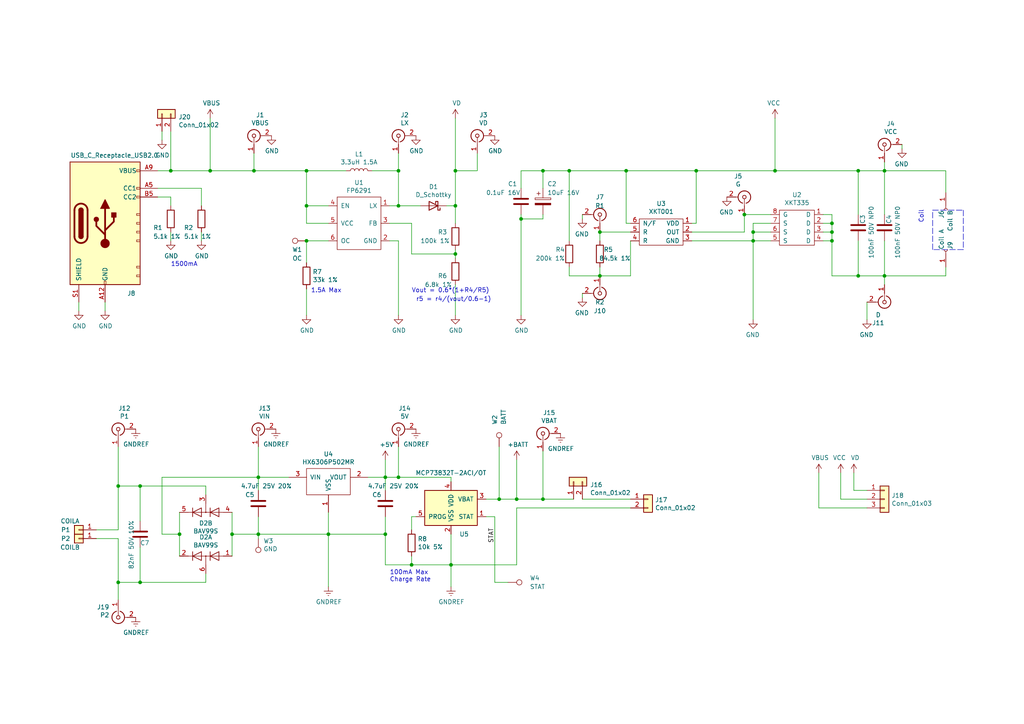
<source format=kicad_sch>
(kicad_sch (version 20211123) (generator eeschema)
  (paper "A4")
  (lib_symbols
    (symbol "Connector:Conn_01x01_Female" (pin_names (offset 1.016) hide)
      (property "Reference" "J" (at 0 2.54 0))
      (property "Value" "Conn_01x01_Female" (at 0 -2.54 0))
      (symbol "Conn_01x01_Female_1_1"
        (polyline (pts (xy -1.27 0) (xy -0.508 0)) (stroke (width 0.1524)))
        (arc (start 0 0.508) (mid -0.508 0) (end 0 -0.508) (stroke (width 0.1524)))
        (pin passive line (at -5.08 0 0) (length 3.81) (name "Pin_1") (number "1"))
      )
    )
    (symbol "Connector:Conn_Coaxial" (pin_names (offset 1.016) hide)
      (property "Reference" "J" (at 0.254 3.048 0))
      (property "Value" "Conn_Coaxial" (at 2.921 0 90))
      (symbol "Conn_Coaxial_0_1"
        (arc (start -1.778 -0.508) (mid 0.222 -1.808) (end 1.778 0) (stroke (width 0.254)))
        (polyline (pts (xy -2.54 0) (xy -0.508 0)))
        (polyline (pts (xy 0 -2.54) (xy 0 -1.778)))
        (circle (center 0 0) (radius 0.508) (stroke (width 0.2032)))
        (arc (start 1.778 0) (mid 0.2221 1.8083) (end -1.778 0.508) (stroke (width 0.254)))
      )
      (symbol "Conn_Coaxial_1_1"
        (pin passive line (at -5.08 0 0) (length 2.54) (name "In") (number "1"))
        (pin passive line (at 0 -5.08 90) (length 2.54) (name "Ext") (number "2"))
      )
    )
    (symbol "Connector_Generic:Conn_01x01" (pin_names (offset 1.016) hide)
      (property "Reference" "J" (at 0 2.54 0))
      (property "Value" "Conn_01x01" (at 0 -2.54 0))
      (symbol "Conn_01x01_1_1"
        (rectangle (start -1.27 0.127) (end 0 -0.127) (stroke (width 0.1524)))
        (rectangle (start -1.27 1.27) (end 1.27 -1.27) (stroke (width 0.254)) (fill (type background)))
        (pin passive line (at -5.08 0 0) (length 3.81) (name "Pin_1") (number "1"))
      )
    )
    (symbol "Connector_Generic:Conn_01x02" (pin_names (offset 1.016) hide)
      (property "Reference" "J" (at 0 2.54 0))
      (property "Value" "Conn_01x02" (at 0 -5.08 0))
      (symbol "Conn_01x02_1_1"
        (rectangle (start -1.27 -2.413) (end 0 -2.667) (stroke (width 0.1524)))
        (rectangle (start -1.27 0.127) (end 0 -0.127) (stroke (width 0.1524)))
        (rectangle (start -1.27 1.27) (end 1.27 -3.81) (stroke (width 0.254)) (fill (type background)))
        (pin passive line (at -5.08 0 0) (length 3.81) (name "Pin_1") (number "1"))
        (pin passive line (at -5.08 -2.54 0) (length 3.81) (name "Pin_2") (number "2"))
      )
    )
    (symbol "Connector_Generic:Conn_01x03" (pin_names (offset 1.016) hide)
      (property "Reference" "J" (at 0 5.08 0))
      (property "Value" "Conn_01x03" (at 0 -5.08 0))
      (symbol "Conn_01x03_1_1"
        (rectangle (start -1.27 -2.413) (end 0 -2.667) (stroke (width 0.1524)))
        (rectangle (start -1.27 0.127) (end 0 -0.127) (stroke (width 0.1524)))
        (rectangle (start -1.27 2.667) (end 0 2.413) (stroke (width 0.1524)))
        (rectangle (start -1.27 3.81) (end 1.27 -3.81) (stroke (width 0.254)) (fill (type background)))
        (pin passive line (at -5.08 2.54 0) (length 3.81) (name "Pin_1") (number "1"))
        (pin passive line (at -5.08 0 0) (length 3.81) (name "Pin_2") (number "2"))
        (pin passive line (at -5.08 -2.54 0) (length 3.81) (name "Pin_3") (number "3"))
      )
    )
    (symbol "Device:C" (pin_numbers hide) (pin_names (offset 0.254))
      (property "Reference" "C" (at 0.635 2.54 0))
      (property "Value" "C" (at 0.635 -2.54 0))
      (symbol "C_0_1"
        (polyline (pts (xy -2.032 -0.762) (xy 2.032 -0.762)) (stroke (width 0.508)))
        (polyline (pts (xy -2.032 0.762) (xy 2.032 0.762)) (stroke (width 0.508)))
      )
      (symbol "C_1_1"
        (pin passive line (at 0 3.81 270) (length 2.794) (name "~") (number "1"))
        (pin passive line (at 0 -3.81 90) (length 2.794) (name "~") (number "2"))
      )
    )
    (symbol "Device:CP" (pin_numbers hide) (pin_names (offset 0.254))
      (property "Reference" "C" (at 0.635 2.54 0))
      (property "Value" "Device_CP" (at 0.635 -2.54 0))
      (symbol "CP_0_1"
        (rectangle (start -2.286 0.508) (end 2.286 1.016))
        (polyline (pts (xy -1.778 2.286) (xy -0.762 2.286)))
        (polyline (pts (xy -1.27 2.794) (xy -1.27 1.778)))
        (rectangle (start 2.286 -0.508) (end -2.286 -1.016) (fill (type outline)))
      )
      (symbol "CP_1_1"
        (pin passive line (at 0 3.81 270) (length 2.794) (name "~") (number "1"))
        (pin passive line (at 0 -3.81 90) (length 2.794) (name "~") (number "2"))
      )
    )
    (symbol "Device:D_Schottky" (pin_numbers hide) (pin_names (offset 1.016) hide)
      (property "Reference" "D" (at 0 2.54 0))
      (property "Value" "D_Schottky" (at 0 -2.54 0))
      (symbol "D_Schottky_0_1"
        (polyline (pts (xy 1.27 0) (xy -1.27 0)))
        (polyline (pts (xy 1.27 1.27) (xy 1.27 -1.27) (xy -1.27 0) (xy 1.27 1.27)) (stroke (width 0.254)))
        (polyline (pts (xy -1.905 0.635) (xy -1.905 1.27) (xy -1.27 1.27) (xy -1.27 -1.27) (xy -0.635 -1.27) (xy -0.635 -0.635)) (stroke (width 0.254)))
      )
      (symbol "D_Schottky_1_1"
        (pin passive line (at -3.81 0 0) (length 2.54) (name "K") (number "1"))
        (pin passive line (at 3.81 0 180) (length 2.54) (name "A") (number "2"))
      )
    )
    (symbol "Device:L" (pin_numbers hide) (pin_names (offset 1.016) hide)
      (property "Reference" "L" (at -1.27 0 90))
      (property "Value" "L" (at 1.905 0 90))
      (symbol "L_0_1"
        (arc (start 0 -2.54) (mid 0.635 -1.905) (end 0 -1.27))
        (arc (start 0 -1.27) (mid 0.635 -0.635) (end 0 0))
        (arc (start 0 0) (mid 0.635 0.635) (end 0 1.27))
        (arc (start 0 1.27) (mid 0.635 1.905) (end 0 2.54))
      )
      (symbol "L_1_1"
        (pin passive line (at 0 3.81 270) (length 1.27) (name "1") (number "1"))
        (pin passive line (at 0 -3.81 90) (length 1.27) (name "2") (number "2"))
      )
    )
    (symbol "Device:R" (pin_numbers hide) (pin_names (offset 0))
      (property "Reference" "R" (at 2.032 0 90))
      (property "Value" "R" (at 0 0 90))
      (symbol "R_0_1"
        (rectangle (start -1.016 -2.54) (end 1.016 2.54) (stroke (width 0.254)))
      )
      (symbol "R_1_1"
        (pin passive line (at 0 3.81 270) (length 1.27) (name "~") (number "1"))
        (pin passive line (at 0 -3.81 90) (length 1.27) (name "~") (number "2"))
      )
    )
    (symbol "Pixels-dice:BAV99S-diode" (pin_names (offset 0.0254) hide)
      (property "Reference" "D" (at 0 2.54 0))
      (property "Value" "BAV99S-diode" (at 0 5.08 0))
      (symbol "BAV99S-diode_0_1"
        (polyline (pts (xy -5.08 0) (xy 5.08 0)))
        (polyline (pts (xy 0 0) (xy 0 -2.54)))
        (polyline (pts (xy -1.27 -1.27) (xy -1.27 1.27) (xy -1.27 1.27)) (stroke (width 0.2032)))
        (polyline (pts (xy 3.81 1.27) (xy 3.81 -1.27) (xy 3.81 -1.27)) (stroke (width 0.2032)))
        (polyline (pts (xy -3.81 1.27) (xy -1.27 0) (xy -3.81 -1.27) (xy -3.81 1.27) (xy -3.81 1.27) (xy -3.81 1.27)) (stroke (width 0.2032)))
        (polyline (pts (xy 1.27 1.27) (xy 3.81 0) (xy 1.27 -1.27) (xy 1.27 1.27) (xy 1.27 1.27) (xy 1.27 1.27)) (stroke (width 0.2032)))
        (circle (center 0 0) (radius 0.127))
      )
      (symbol "BAV99S-diode_1_1"
        (polyline (pts (xy 6.35 0) (xy 7.62 0)))
        (pin passive line (at -7.62 0 0) (length 2.54) (name "A1") (number "1"))
        (pin passive line (at 7.62 0 180) (length 2.54) (name "K2") (number "2"))
        (pin passive line (at 0 -5.08 90) (length 2.54) (name "K3A4") (number "6"))
      )
      (symbol "BAV99S-diode_2_1"
        (polyline (pts (xy 6.35 0) (xy 7.62 0)))
        (pin passive line (at 0 -5.08 90) (length 2.54) (name "K1A2") (number "3"))
        (pin passive line (at -7.62 0 0) (length 2.54) (name "A3") (number "4"))
        (pin passive line (at 7.62 0 180) (length 2.54) (name "K4") (number "5"))
      )
    )
    (symbol "Pixels-dice:FP6291" (pin_names (offset 1.016))
      (property "Reference" "U" (at 0 -12.7 0))
      (property "Value" "FP6291" (at 0 5.08 0))
      (symbol "FP6291_0_1"
        (rectangle (start -6.35 3.81) (end 6.35 -11.43))
      )
      (symbol "FP6291_1_1"
        (pin output line (at 8.89 1.27 180) (length 2.54) (name "LX") (number "1"))
        (pin power_in line (at 8.89 -8.89 180) (length 2.54) (name "GND") (number "2"))
        (pin input line (at 8.89 -3.81 180) (length 2.54) (name "FB") (number "3"))
        (pin input line (at -8.89 1.27 0) (length 2.54) (name "EN") (number "4"))
        (pin power_in line (at -8.89 -3.81 0) (length 2.54) (name "VCC") (number "5"))
        (pin input line (at -8.89 -8.89 0) (length 2.54) (name "OC") (number "6"))
      )
    )
    (symbol "Pixels-dice:HX6306P502MR" (pin_names (offset 1.016))
      (property "Reference" "U" (at 3.81 -6.35 0))
      (property "Value" "HX6306P502MR" (at 0 3.81 0))
      (symbol "HX6306P502MR_0_1"
        (rectangle (start -6.35 2.54) (end 6.35 -5.08))
      )
      (symbol "HX6306P502MR_1_1"
        (pin power_in line (at 0 -10.16 90) (length 5.08) (name "VSS") (number "1"))
        (pin power_out line (at 11.43 0 180) (length 5.08) (name "VOUT") (number "2"))
        (pin power_in line (at -11.43 0 0) (length 5.08) (name "VIN") (number "3"))
      )
    )
    (symbol "Pixels-dice:MCP73831-2-OT-battery_management" (pin_names (offset 1.016))
      (property "Reference" "U" (at -7.62 6.35 0))
      (property "Value" "MCP73831-2-OT-battery_management" (at 1.27 6.35 0))
      (symbol "MCP73831-2-OT-battery_management_0_1"
        (rectangle (start -7.62 5.08) (end 7.62 -5.08) (stroke (width 0.254)) (fill (type background)))
      )
      (symbol "MCP73831-2-OT-battery_management_1_1"
        (pin output line (at 10.16 -2.54 180) (length 2.54) (name "STAT") (number "1"))
        (pin power_in line (at 0 -7.62 90) (length 2.54) (name "VSS") (number "2"))
        (pin power_out line (at 10.16 2.54 180) (length 2.54) (name "VBAT") (number "3"))
        (pin power_in line (at 0 7.62 270) (length 2.54) (name "VDD") (number "4"))
        (pin input line (at -10.16 -2.54 0) (length 2.54) (name "PROG") (number "5"))
      )
    )
    (symbol "Pixels-dice:TEST_1P-conn" (pin_numbers hide) (pin_names (offset 0.762) hide)
      (property "Reference" "W" (at 0 6.858 0))
      (property "Value" "TEST_1P-conn" (at 0 5.08 0))
      (symbol "TEST_1P-conn_0_1"
        (circle (center 0 3.302) (radius 0.762))
      )
      (symbol "TEST_1P-conn_1_1"
        (pin passive line (at 0 0 90) (length 2.54) (name "1") (number "1"))
      )
    )
    (symbol "Pixels-dice:USB_C_Receptacle_USB2.0" (pin_names (offset 1.016))
      (property "Reference" "J" (at -10.16 19.05 0))
      (property "Value" "USB_C_Receptacle_USB2.0" (at 19.05 19.05 0))
      (symbol "USB_C_Receptacle_USB2.0_0_0"
        (rectangle (start -0.254 -17.78) (end 0.254 -16.764))
        (rectangle (start 10.16 -14.986) (end 9.144 -15.494))
        (rectangle (start 10.16 -12.446) (end 9.144 -12.954))
        (rectangle (start 10.16 -4.826) (end 9.144 -5.334))
        (rectangle (start 10.16 -2.286) (end 9.144 -2.794))
        (rectangle (start 10.16 0.254) (end 9.144 -0.254))
        (rectangle (start 10.16 2.794) (end 9.144 2.286))
        (rectangle (start 10.16 7.874) (end 9.144 7.366))
        (rectangle (start 10.16 10.414) (end 9.144 9.906))
        (rectangle (start 10.16 15.494) (end 9.144 14.986))
      )
      (symbol "USB_C_Receptacle_USB2.0_0_1"
        (rectangle (start -10.16 17.78) (end 10.16 -17.78) (stroke (width 0.254)) (fill (type background)))
        (arc (start -8.89 -3.81) (mid -6.985 -5.715) (end -5.08 -3.81) (stroke (width 0.508)))
        (arc (start -7.62 -3.81) (mid -6.985 -4.445) (end -6.35 -3.81) (stroke (width 0.254)))
        (arc (start -7.62 -3.81) (mid -6.985 -4.445) (end -6.35 -3.81) (stroke (width 0.254)) (fill (type outline)))
        (rectangle (start -7.62 -3.81) (end -6.35 3.81) (stroke (width 0.254)) (fill (type outline)))
        (arc (start -6.35 3.81) (mid -6.985 4.445) (end -7.62 3.81) (stroke (width 0.254)))
        (arc (start -6.35 3.81) (mid -6.985 4.445) (end -7.62 3.81) (stroke (width 0.254)) (fill (type outline)))
        (arc (start -5.08 3.81) (mid -6.985 5.715) (end -8.89 3.81) (stroke (width 0.508)))
        (circle (center -2.54 1.143) (radius 0.635) (stroke (width 0.254)) (fill (type outline)))
        (circle (center 0 -5.842) (radius 1.27) (fill (type outline)))
        (polyline (pts (xy -8.89 -3.81) (xy -8.89 3.81)) (stroke (width 0.508)))
        (polyline (pts (xy -5.08 3.81) (xy -5.08 -3.81)) (stroke (width 0.508)))
        (polyline (pts (xy 0 -5.842) (xy 0 4.318)) (stroke (width 0.508)))
        (polyline (pts (xy 0 -3.302) (xy -2.54 -0.762) (xy -2.54 0.508)) (stroke (width 0.508)))
        (polyline (pts (xy 0 -2.032) (xy 2.54 0.508) (xy 2.54 1.778)) (stroke (width 0.508)))
        (polyline (pts (xy -1.27 4.318) (xy 0 6.858) (xy 1.27 4.318) (xy -1.27 4.318)) (stroke (width 0.254)) (fill (type outline)))
        (rectangle (start 1.905 1.778) (end 3.175 3.048) (stroke (width 0.254)) (fill (type outline)))
      )
      (symbol "USB_C_Receptacle_USB2.0_1_1"
        (pin passive line (at 0 -22.86 90) (length 5.08) (name "GND") (number "A12"))
        (pin bidirectional line (at 15.24 10.16 180) (length 5.08) (name "CC1") (number "A5"))
        (pin passive line (at 15.24 15.24 180) (length 5.08) (name "VBUS") (number "A9"))
        (pin passive line (at 0 -22.86 90) (length 5.08) hide (name "GND") (number "B12"))
        (pin bidirectional line (at 15.24 7.62 180) (length 5.08) (name "CC2") (number "B5"))
        (pin passive line (at 15.24 15.24 180) (length 5.08) hide (name "VBUS") (number "B9"))
        (pin passive line (at -7.62 -22.86 90) (length 5.08) (name "SHIELD") (number "S1"))
      )
    )
    (symbol "Pixels-dice:XKT001" (pin_names (offset 1.016))
      (property "Reference" "U" (at 0 5.08 0))
      (property "Value" "XKT001" (at 0 -5.08 0))
      (symbol "XKT001_0_1"
        (rectangle (start -6.35 3.81) (end 6.35 -3.81))
      )
      (symbol "XKT001_1_1"
        (pin power_in line (at -8.89 2.54 0) (length 2.54) (name "VDD") (number "1"))
        (pin output line (at -8.89 0 0) (length 2.54) (name "OUT") (number "2"))
        (pin power_in line (at -8.89 -2.54 0) (length 2.54) (name "GND") (number "3"))
        (pin passive line (at 8.89 -2.54 180) (length 2.54) (name "R") (number "4"))
        (pin passive line (at 8.89 0 180) (length 2.54) (name "R") (number "5"))
        (pin input line (at 8.89 2.54 180) (length 2.54) (name "N/F") (number "6"))
      )
    )
    (symbol "Pixels-dice:XKT335" (pin_names (offset 1.016))
      (property "Reference" "U" (at 0 6.35 0))
      (property "Value" "XKT335" (at 0 -6.35 0))
      (symbol "XKT335_0_1"
        (rectangle (start -5.08 5.08) (end 5.08 -5.08))
      )
      (symbol "XKT335_1_1"
        (pin input line (at -7.62 3.81 0) (length 2.54) (name "D") (number "1"))
        (pin input line (at -7.62 1.27 0) (length 2.54) (name "D") (number "2"))
        (pin input line (at -7.62 -1.27 0) (length 2.54) (name "D") (number "3"))
        (pin input line (at -7.62 -3.81 0) (length 2.54) (name "D") (number "4"))
        (pin input line (at 7.62 -3.81 180) (length 2.54) (name "S") (number "5"))
        (pin input line (at 7.62 -1.27 180) (length 2.54) (name "S") (number "6"))
        (pin input line (at 7.62 1.27 180) (length 2.54) (name "S") (number "7"))
        (pin input line (at 7.62 3.81 180) (length 2.54) (name "G") (number "8"))
      )
    )
    (symbol "power:+5V" (power) (pin_names (offset 0))
      (property "Value" "+5V" (at 0 3.556 0))
      (symbol "+5V_0_1"
        (polyline (pts (xy -0.762 1.27) (xy 0 2.54)))
        (polyline (pts (xy 0 0) (xy 0 2.54)))
        (polyline (pts (xy 0 2.54) (xy 0.762 1.27)))
      )
      (symbol "+5V_1_1"
        (pin power_in line (at 0 0 90) (length 0) hide (name "+5V") (number "1"))
      )
    )
    (symbol "power:+BATT" (power) (pin_names (offset 0))
      (property "Value" "+BATT" (at 0 3.556 0))
      (symbol "+BATT_0_1"
        (polyline (pts (xy -0.762 1.27) (xy 0 2.54)))
        (polyline (pts (xy 0 0) (xy 0 2.54)))
        (polyline (pts (xy 0 2.54) (xy 0.762 1.27)))
      )
      (symbol "+BATT_1_1"
        (pin power_in line (at 0 0 90) (length 0) hide (name "+BATT") (number "1"))
      )
    )
    (symbol "power:GND" (power) (pin_names (offset 0))
      (property "Value" "GND" (at 0 -3.81 0))
      (symbol "GND_0_1"
        (polyline (pts (xy 0 0) (xy 0 -1.27) (xy 1.27 -1.27) (xy 0 -2.54) (xy -1.27 -1.27) (xy 0 -1.27)))
      )
      (symbol "GND_1_1"
        (pin power_in line (at 0 0 270) (length 0) hide (name "GND") (number "1"))
      )
    )
    (symbol "power:GNDREF" (power) (pin_names (offset 0))
      (property "Value" "GNDREF" (at 0 -3.81 0))
      (symbol "GNDREF_0_1"
        (polyline (pts (xy -0.635 -1.905) (xy 0.635 -1.905)))
        (polyline (pts (xy -0.127 -2.54) (xy 0.127 -2.54)))
        (polyline (pts (xy 0 -1.27) (xy 0 0)))
        (polyline (pts (xy 1.27 -1.27) (xy -1.27 -1.27)))
      )
      (symbol "GNDREF_1_1"
        (pin power_in line (at 0 0 270) (length 0) hide (name "GNDREF") (number "1"))
      )
    )
    (symbol "power:VBUS" (power) (pin_names (offset 0))
      (property "Value" "VBUS" (at 0 3.81 0))
      (symbol "VBUS_0_1"
        (polyline (pts (xy -0.762 1.27) (xy 0 2.54)))
        (polyline (pts (xy 0 0) (xy 0 2.54)))
        (polyline (pts (xy 0 2.54) (xy 0.762 1.27)))
      )
      (symbol "VBUS_1_1"
        (pin power_in line (at 0 0 90) (length 0) hide (name "VBUS") (number "1"))
      )
    )
    (symbol "power:VCC" (power) (pin_names (offset 0))
      (property "Value" "VCC" (at 0 3.81 0))
      (symbol "VCC_0_1"
        (polyline (pts (xy -0.762 1.27) (xy 0 2.54)))
        (polyline (pts (xy 0 0) (xy 0 2.54)))
        (polyline (pts (xy 0 2.54) (xy 0.762 1.27)))
      )
      (symbol "VCC_1_1"
        (pin power_in line (at 0 0 90) (length 0) hide (name "VCC") (number "1"))
      )
    )
    (symbol "power:VD" (power) (pin_names (offset 0))
      (property "Value" "VD" (at 0 3.81 0))
      (symbol "VD_0_1"
        (polyline (pts (xy -0.762 1.27) (xy 0 2.54)))
        (polyline (pts (xy 0 0) (xy 0 2.54)))
        (polyline (pts (xy 0 2.54) (xy 0.762 1.27)))
      )
      (symbol "VD_1_1"
        (pin power_in line (at 0 0 90) (length 0) hide (name "VD") (number "1"))
      )
    )
  )
  (junction (at 34.29 140.97))
  (junction (at 40.64 140.97))
  (junction (at 241.3 64.77))
  (junction (at 74.93 154.94))
  (junction (at 224.79 49.53))
  (junction (at 88.9 59.69))
  (junction (at 181.61 49.53))
  (junction (at 88.9 49.53))
  (junction (at 173.99 80.01))
  (junction (at 115.57 59.69))
  (junction (at 241.3 69.85))
  (junction (at 130.81 163.83))
  (junction (at 149.86 144.78))
  (junction (at 241.3 67.31))
  (junction (at 201.93 49.53))
  (junction (at 60.96 49.53))
  (junction (at 132.08 73.66))
  (junction (at 157.48 49.53))
  (junction (at 40.64 168.91))
  (junction (at 256.54 80.01))
  (junction (at 256.54 49.53))
  (junction (at 115.57 49.53))
  (junction (at 248.92 49.53))
  (junction (at 218.44 67.31))
  (junction (at 215.9 62.23))
  (junction (at 157.48 144.78))
  (junction (at 49.53 49.53))
  (junction (at 173.99 67.31))
  (junction (at 73.66 49.53))
  (junction (at 151.13 63.5))
  (junction (at 218.44 69.85))
  (junction (at 34.29 168.91))
  (junction (at 52.07 154.94))
  (junction (at 144.78 144.78))
  (junction (at 115.57 138.43))
  (junction (at 111.76 138.43))
  (junction (at 88.9 69.85))
  (junction (at 74.93 138.43))
  (junction (at 111.76 154.94))
  (junction (at 132.08 59.69))
  (junction (at 248.92 80.01))
  (junction (at 67.31 154.94))
  (junction (at 132.08 49.53))
  (junction (at 119.38 163.83))
  (junction (at 95.25 154.94))
  (junction (at 165.1 49.53))
  (wire (pts (xy 182.88 80.01) (xy 173.99 80.01)))
  (wire (pts (xy 181.61 64.77) (xy 181.61 49.53)))
  (wire (pts (xy 100.33 49.53) (xy 88.9 49.53)))
  (polyline (pts (xy 279.4 60.96) (xy 279.4 72.39)))
  (wire (pts (xy 119.38 149.86) (xy 119.38 153.67)))
  (wire (pts (xy 111.76 138.43) (xy 115.57 138.43)))
  (wire (pts (xy 168.91 85.09) (xy 168.91 86.36)))
  (wire (pts (xy 119.38 161.29) (xy 119.38 163.83)))
  (wire (pts (xy 251.46 142.24) (xy 247.65 142.24)))
  (wire (pts (xy 165.1 69.85) (xy 165.1 49.53)))
  (wire (pts (xy 74.93 156.21) (xy 74.93 154.94)))
  (wire (pts (xy 241.3 64.77) (xy 241.3 67.31)))
  (wire (pts (xy 241.3 62.23) (xy 241.3 64.77)))
  (wire (pts (xy 119.38 163.83) (xy 130.81 163.83)))
  (wire (pts (xy 95.25 69.85) (xy 88.9 69.85)))
  (wire (pts (xy 46.99 38.1) (xy 46.99 40.64)))
  (wire (pts (xy 130.81 163.83) (xy 149.86 163.83)))
  (wire (pts (xy 157.48 144.78) (xy 149.86 144.78)))
  (wire (pts (xy 58.42 67.31) (xy 58.42 69.85)))
  (wire (pts (xy 138.43 44.45) (xy 138.43 49.53)))
  (wire (pts (xy 49.53 57.15) (xy 49.53 59.69)))
  (wire (pts (xy 151.13 63.5) (xy 151.13 91.44)))
  (wire (pts (xy 119.38 64.77) (xy 113.03 64.77)))
  (wire (pts (xy 45.72 49.53) (xy 49.53 49.53)))
  (wire (pts (xy 132.08 72.39) (xy 132.08 73.66)))
  (wire (pts (xy 201.93 49.53) (xy 181.61 49.53)))
  (wire (pts (xy 45.72 57.15) (xy 49.53 57.15)))
  (wire (pts (xy 132.08 49.53) (xy 132.08 59.69)))
  (wire (pts (xy 111.76 163.83) (xy 119.38 163.83)))
  (wire (pts (xy 74.93 154.94) (xy 95.25 154.94)))
  (wire (pts (xy 132.08 73.66) (xy 119.38 73.66)))
  (wire (pts (xy 223.52 67.31) (xy 218.44 67.31)))
  (wire (pts (xy 238.76 62.23) (xy 241.3 62.23)))
  (wire (pts (xy 256.54 80.01) (xy 256.54 82.55)))
  (wire (pts (xy 168.91 62.23) (xy 168.91 63.5)))
  (wire (pts (xy 120.65 149.86) (xy 119.38 149.86)))
  (wire (pts (xy 115.57 59.69) (xy 115.57 49.53)))
  (wire (pts (xy 40.64 140.97) (xy 34.29 140.97)))
  (wire (pts (xy 113.03 59.69) (xy 115.57 59.69)))
  (wire (pts (xy 224.79 34.29) (xy 224.79 49.53)))
  (wire (pts (xy 40.64 151.13) (xy 40.64 140.97)))
  (wire (pts (xy 45.72 54.61) (xy 58.42 54.61)))
  (wire (pts (xy 88.9 83.82) (xy 88.9 91.44)))
  (wire (pts (xy 218.44 69.85) (xy 218.44 92.71)))
  (wire (pts (xy 215.9 67.31) (xy 215.9 62.23)))
  (wire (pts (xy 115.57 69.85) (xy 115.57 91.44)))
  (wire (pts (xy 58.42 54.61) (xy 58.42 59.69)))
  (wire (pts (xy 248.92 62.23) (xy 248.92 49.53)))
  (wire (pts (xy 144.78 144.78) (xy 149.86 144.78)))
  (wire (pts (xy 95.25 154.94) (xy 111.76 154.94)))
  (wire (pts (xy 106.68 138.43) (xy 111.76 138.43)))
  (wire (pts (xy 173.99 80.01) (xy 173.99 77.47)))
  (wire (pts (xy 73.66 49.53) (xy 88.9 49.53)))
  (wire (pts (xy 241.3 80.01) (xy 248.92 80.01)))
  (wire (pts (xy 149.86 147.32) (xy 149.86 163.83)))
  (wire (pts (xy 88.9 59.69) (xy 88.9 49.53)))
  (wire (pts (xy 247.65 142.24) (xy 247.65 137.16)))
  (wire (pts (xy 157.48 49.53) (xy 165.1 49.53)))
  (wire (pts (xy 215.9 62.23) (xy 223.52 62.23)))
  (wire (pts (xy 241.3 69.85) (xy 238.76 69.85)))
  (wire (pts (xy 95.25 154.94) (xy 95.25 170.18)))
  (wire (pts (xy 181.61 49.53) (xy 165.1 49.53)))
  (wire (pts (xy 218.44 67.31) (xy 218.44 69.85)))
  (wire (pts (xy 182.88 147.32) (xy 149.86 147.32)))
  (wire (pts (xy 115.57 138.43) (xy 130.81 138.43)))
  (wire (pts (xy 52.07 154.94) (xy 52.07 161.29)))
  (wire (pts (xy 151.13 54.61) (xy 151.13 49.53)))
  (wire (pts (xy 111.76 138.43) (xy 111.76 142.24)))
  (wire (pts (xy 115.57 49.53) (xy 115.57 44.45)))
  (wire (pts (xy 34.29 153.67) (xy 27.94 153.67)))
  (wire (pts (xy 59.69 168.91) (xy 40.64 168.91)))
  (wire (pts (xy 132.08 82.55) (xy 132.08 91.44)))
  (wire (pts (xy 49.53 38.1) (xy 49.53 49.53)))
  (polyline (pts (xy 270.51 60.96) (xy 279.4 60.96)))
  (wire (pts (xy 34.29 156.21) (xy 27.94 156.21)))
  (wire (pts (xy 74.93 154.94) (xy 67.31 154.94)))
  (wire (pts (xy 119.38 73.66) (xy 119.38 64.77)))
  (wire (pts (xy 46.99 154.94) (xy 46.99 138.43)))
  (wire (pts (xy 173.99 80.01) (xy 165.1 80.01)))
  (wire (pts (xy 157.48 130.81) (xy 157.48 144.78)))
  (wire (pts (xy 144.78 129.54) (xy 144.78 144.78)))
  (wire (pts (xy 274.32 49.53) (xy 256.54 49.53)))
  (wire (pts (xy 132.08 34.29) (xy 132.08 49.53)))
  (wire (pts (xy 256.54 49.53) (xy 248.92 49.53)))
  (wire (pts (xy 241.3 69.85) (xy 241.3 80.01)))
  (wire (pts (xy 243.84 144.78) (xy 251.46 144.78)))
  (wire (pts (xy 52.07 148.59) (xy 52.07 154.94)))
  (wire (pts (xy 95.25 64.77) (xy 88.9 64.77)))
  (wire (pts (xy 138.43 49.53) (xy 132.08 49.53)))
  (wire (pts (xy 130.81 163.83) (xy 130.81 170.18)))
  (wire (pts (xy 111.76 154.94) (xy 111.76 163.83)))
  (wire (pts (xy 256.54 46.99) (xy 256.54 49.53)))
  (wire (pts (xy 165.1 80.01) (xy 165.1 77.47)))
  (wire (pts (xy 248.92 49.53) (xy 224.79 49.53)))
  (wire (pts (xy 49.53 49.53) (xy 60.96 49.53)))
  (wire (pts (xy 34.29 140.97) (xy 34.29 153.67)))
  (wire (pts (xy 60.96 49.53) (xy 73.66 49.53)))
  (wire (pts (xy 182.88 64.77) (xy 181.61 64.77)))
  (wire (pts (xy 218.44 69.85) (xy 223.52 69.85)))
  (wire (pts (xy 74.93 138.43) (xy 74.93 142.24)))
  (wire (pts (xy 130.81 139.7) (xy 130.81 138.43)))
  (polyline (pts (xy 270.51 72.39) (xy 270.51 60.96)))
  (wire (pts (xy 95.25 148.59) (xy 95.25 154.94)))
  (wire (pts (xy 200.66 67.31) (xy 215.9 67.31)))
  (wire (pts (xy 248.92 80.01) (xy 256.54 80.01)))
  (wire (pts (xy 59.69 140.97) (xy 40.64 140.97)))
  (wire (pts (xy 151.13 62.23) (xy 151.13 63.5)))
  (wire (pts (xy 140.97 144.78) (xy 144.78 144.78)))
  (wire (pts (xy 30.48 87.63) (xy 30.48 90.17)))
  (wire (pts (xy 224.79 49.53) (xy 201.93 49.53)))
  (wire (pts (xy 88.9 64.77) (xy 88.9 59.69)))
  (wire (pts (xy 111.76 133.35) (xy 111.76 138.43)))
  (wire (pts (xy 149.86 133.35) (xy 149.86 144.78)))
  (wire (pts (xy 238.76 64.77) (xy 241.3 64.77)))
  (wire (pts (xy 107.95 49.53) (xy 115.57 49.53)))
  (wire (pts (xy 95.25 59.69) (xy 88.9 59.69)))
  (wire (pts (xy 218.44 69.85) (xy 200.66 69.85)))
  (wire (pts (xy 182.88 69.85) (xy 182.88 80.01)))
  (wire (pts (xy 74.93 149.86) (xy 74.93 154.94)))
  (wire (pts (xy 256.54 62.23) (xy 256.54 49.53)))
  (wire (pts (xy 67.31 148.59) (xy 67.31 154.94)))
  (wire (pts (xy 256.54 80.01) (xy 274.32 80.01)))
  (wire (pts (xy 34.29 129.54) (xy 34.29 140.97)))
  (wire (pts (xy 241.3 67.31) (xy 241.3 69.85)))
  (wire (pts (xy 59.69 143.51) (xy 59.69 140.97)))
  (wire (pts (xy 111.76 154.94) (xy 111.76 149.86)))
  (wire (pts (xy 132.08 73.66) (xy 132.08 74.93)))
  (wire (pts (xy 34.29 173.99) (xy 34.29 168.91)))
  (wire (pts (xy 115.57 59.69) (xy 121.92 59.69)))
  (wire (pts (xy 60.96 49.53) (xy 60.96 34.29)))
  (wire (pts (xy 200.66 64.77) (xy 201.93 64.77)))
  (wire (pts (xy 132.08 59.69) (xy 132.08 64.77)))
  (wire (pts (xy 168.91 144.78) (xy 182.88 144.78)))
  (wire (pts (xy 40.64 168.91) (xy 34.29 168.91)))
  (wire (pts (xy 115.57 129.54) (xy 115.57 138.43)))
  (wire (pts (xy 274.32 80.01) (xy 274.32 77.47)))
  (wire (pts (xy 251.46 87.63) (xy 251.46 92.71)))
  (wire (pts (xy 140.97 149.86) (xy 143.51 149.86)))
  (wire (pts (xy 49.53 67.31) (xy 49.53 69.85)))
  (wire (pts (xy 256.54 69.85) (xy 256.54 80.01)))
  (wire (pts (xy 218.44 64.77) (xy 218.44 67.31)))
  (wire (pts (xy 173.99 67.31) (xy 182.88 67.31)))
  (wire (pts (xy 157.48 49.53) (xy 157.48 54.61)))
  (wire (pts (xy 223.52 64.77) (xy 218.44 64.77)))
  (wire (pts (xy 59.69 166.37) (xy 59.69 168.91)))
  (wire (pts (xy 157.48 63.5) (xy 151.13 63.5)))
  (wire (pts (xy 201.93 64.77) (xy 201.93 49.53)))
  (wire (pts (xy 147.32 168.91) (xy 143.51 168.91)))
  (wire (pts (xy 166.37 144.78) (xy 157.48 144.78)))
  (wire (pts (xy 173.99 69.85) (xy 173.99 67.31)))
  (wire (pts (xy 34.29 168.91) (xy 34.29 156.21)))
  (wire (pts (xy 52.07 154.94) (xy 46.99 154.94)))
  (wire (pts (xy 22.86 87.63) (xy 22.86 90.17)))
  (wire (pts (xy 143.51 149.86) (xy 143.51 168.91)))
  (wire (pts (xy 88.9 69.85) (xy 88.9 76.2)))
  (wire (pts (xy 67.31 154.94) (xy 67.31 161.29)))
  (wire (pts (xy 46.99 138.43) (xy 74.93 138.43)))
  (wire (pts (xy 73.66 44.45) (xy 73.66 49.53)))
  (wire (pts (xy 237.49 147.32) (xy 251.46 147.32)))
  (polyline (pts (xy 279.4 72.39) (xy 270.51 72.39)))
  (wire (pts (xy 157.48 62.23) (xy 157.48 63.5)))
  (wire (pts (xy 40.64 158.75) (xy 40.64 168.91)))
  (wire (pts (xy 248.92 69.85) (xy 248.92 80.01)))
  (wire (pts (xy 113.03 69.85) (xy 115.57 69.85)))
  (wire (pts (xy 274.32 55.88) (xy 274.32 49.53)))
  (wire (pts (xy 237.49 137.16) (xy 237.49 147.32)))
  (wire (pts (xy 243.84 137.16) (xy 243.84 144.78)))
  (wire (pts (xy 238.76 67.31) (xy 241.3 67.31)))
  (wire (pts (xy 130.81 154.94) (xy 130.81 163.83)))
  (wire (pts (xy 151.13 49.53) (xy 157.48 49.53)))
  (wire (pts (xy 74.93 129.54) (xy 74.93 138.43)))
  (wire (pts (xy 129.54 59.69) (xy 132.08 59.69)))
  (wire (pts (xy 261.62 41.91) (xy 261.62 43.18)))
  (wire (pts (xy 74.93 138.43) (xy 83.82 138.43)))
  (text "r5 = r4/(vout/0.6-1)" (at 120.65 87.63 0) (effects (font (size 1.27 1.27)) (justify left bottom)))
  (text "100mA Max\nCharge Rate" (at 113.03 168.91 0) (effects (font (size 1.27 1.27)) (justify left bottom)))
  (text "1.5A Max" (at 90.17 85.09 0) (effects (font (size 1.27 1.27)) (justify left bottom)))
  (text "1500mA" (at 49.53 77.47 0) (effects (font (size 1.27 1.27)) (justify left bottom)))
  (text "Vout = 0.6*(1+R4/R5)" (at 119.38 85.09 0) (effects (font (size 1.27 1.27)) (justify left bottom)))
  (text "Coil" (at 267.97 64.77 90) (effects (font (size 1.27 1.27)) (justify left bottom)))
  (label "STAT" (at 143.51 157.48 90))
  (symbol (lib_id "Pixels-dice:TEST_1P-conn") (at 74.93 156.21 180) (unit 1)
    (property "Reference" "W3" (at 76.4032 156.8958 0) (effects (justify right)))
    (property "Value" "GND" (at 76.4032 159.2072 0) (effects (justify right)))
    (property "Footprint" "TestPoint:TestPoint_Pad_1.0x1.0mm" (effects hide))
  )
  (symbol (lib_id "Connector_Generic:Conn_01x01") (at 22.86 153.67 180) (unit 1)
    (property "Reference" "P1" (at 19.05 153.67 0))
    (property "Value" "COILA" (at 20.32 151.13 0))
    (property "Footprint" "TestPoint:TestPoint_THTPad_D1.5mm_Drill0.7mm" (effects hide))
  )
  (symbol (lib_id "Connector_Generic:Conn_01x01") (at 22.86 156.21 180) (unit 1)
    (property "Reference" "P2" (at 19.05 156.21 0))
    (property "Value" "COILB" (at 20.32 158.75 0))
    (property "Footprint" "TestPoint:TestPoint_THTPad_D1.5mm_Drill0.7mm" (effects hide))
  )
  (symbol (lib_id "Pixels-dice:BAV99S-diode") (at 59.69 161.29 0) (mirror y) (unit 1)
    (property "Reference" "D2" (at 59.69 155.8036 0))
    (property "Value" "BAV99S" (at 59.69 158.115 0))
    (property "Footprint" "Package_TO_SOT_SMD:SOT-363_SC-70-6" (effects hide))
    (property "Datasheet" "https://assets.nexperia.com/documents/data-sheet/BAV99_SER.pdf" (effects hide))
    (property "Generic OK" "YES" (effects hide))
    (property "Manufacturer" "Infineon" (effects hide))
    (property "Pixels Part Number" "SMD-D001" (effects hide))
    (property "LCSC Part Number" "C68987" (effects hide))
    (property "Part Number" "BAV99SH6327XTSA1" (effects hide))
  )
  (symbol (lib_id "Pixels-dice:BAV99S-diode") (at 59.69 148.59 180) (unit 2)
    (property "Reference" "D2" (at 59.69 151.7396 0))
    (property "Value" "BAV99S" (at 59.69 154.051 0))
    (property "Footprint" "Package_TO_SOT_SMD:SOT-363_SC-70-6" (effects hide))
    (property "Datasheet" "https://assets.nexperia.com/documents/data-sheet/BAV99_SER.pdf" (effects hide))
    (property "Generic OK" "YES" (effects hide))
    (property "Manufacturer" "Infineon" (effects hide))
    (property "Pixels Part Number" "SMD-D001" (effects hide))
    (property "LCSC Part Number" "C68987" (effects hide))
    (property "Part Number" "BAV99SH6327XTSA1" (effects hide))
  )
  (symbol (lib_id "Device:C") (at 74.93 146.05 0) (unit 1)
    (property "Reference" "C5" (at 71.12 143.51 0) (effects (justify left)))
    (property "Value" "4.7uF 25V 20%" (at 69.85 140.97 0) (effects (justify left)))
    (property "Footprint" "Capacitor_SMD:C_0805_2012Metric" (effects hide))
    (property "Generic OK" "YES" (effects hide))
    (property "LCSC Part Number" "C1779" (effects hide))
    (property "Part Number" "CL21A475KAQNNNE" (effects hide))
  )
  (symbol (lib_id "power:+5V") (at 111.76 133.35 0) (unit 1)
    (property "Reference" "#PWR025" (effects hide))
    (property "Value" "+5V" (at 112.141 128.9558 0))
  )
  (symbol (lib_id "Pixels-dice:MCP73831-2-OT-battery_management") (at 130.81 147.32 0) (unit 1)
    (property "Reference" "U5" (at 134.62 154.94 0))
    (property "Value" "MCP73832T-2ACI/OT" (at 130.81 137.16 0))
    (property "Footprint" "Package_TO_SOT_SMD:SOT-23-5" (effects hide))
    (property "Datasheet" "http://ww1.microchip.com/downloads/en/DeviceDoc/20001984g.pdf" (effects hide))
    (property "Generic OK" "NO" (effects hide))
    (property "Manufacturer" "Microchip" (effects hide))
    (property "Pixels Part Number" "SMD-U005" (effects hide))
    (property "LCSC Part Number" "C38066" (effects hide))
    (property "Part Number" "MCP73832T-2ACI/OT" (effects hide))
  )
  (symbol (lib_id "Device:R") (at 119.38 157.48 0) (unit 1)
    (property "Reference" "R8" (at 121.158 156.3116 0) (effects (justify left)))
    (property "Value" "10k 5%" (at 121.158 158.623 0) (effects (justify left)))
    (property "Footprint" "Resistor_SMD:R_0402_1005Metric" (effects hide))
    (property "Generic OK" "YES" (effects hide))
    (property "Pixels Part Number" "SMD-R002" (effects hide))
    (property "Manufacturer" "Yageo" (effects hide))
    (property "LCSC Part Number" "C60490" (effects hide))
    (property "Part Number" "RC0402FR-0710KL" (effects hide))
  )
  (symbol (lib_id "power:+BATT") (at 149.86 133.35 0) (unit 1)
    (property "Reference" "#PWR026" (effects hide))
    (property "Value" "+BATT" (at 150.241 128.9558 0))
  )
  (symbol (lib_id "Pixels-dice:TEST_1P-conn") (at 147.32 168.91 270) (unit 1)
    (property "Reference" "W4" (at 153.67 167.64 90) (effects (justify left)))
    (property "Value" "STAT" (at 153.67 170.18 90) (effects (justify left)))
    (property "Footprint" "TestPoint:TestPoint_Pad_1.0x1.0mm" (effects hide))
  )
  (symbol (lib_id "Pixels-dice:USB_C_Receptacle_USB2.0") (at 30.48 64.77 0) (unit 1)
    (property "Reference" "J8" (at 38.1 85.09 0))
    (property "Value" "USB_C_Receptacle_USB2.0" (at 33.1978 45.0596 0))
    (property "Footprint" "Pixels-dice:USB-C-SMD_10P-P1.00-L6.8-W8.9" (effects hide))
    (property "Datasheet" "https://www.usb.org/sites/default/files/documents/usb_type-c.zip" (effects hide))
    (property "LCSC Part Number" "C283540" (effects hide))
    (property "Part Number" "TYPE-C-31-M-17" (effects hide))
  )
  (symbol (lib_id "Device:C") (at 256.54 66.04 0) (mirror x) (unit 1)
    (property "Reference" "C4" (at 257.81 62.23 90) (effects (justify left)))
    (property "Value" "100nF 50V NP0" (at 260.35 59.69 90) (effects (justify left)))
    (property "Footprint" "Capacitor_SMD:C_1206_3216Metric" (effects hide))
    (property "LCSC Part Number" "C170182" (effects hide))
    (property "Part Number" "1206N104J500CT" (effects hide))
    (property "Manufacturer" "Walsin Tech Corp" (effects hide))
  )
  (symbol (lib_id "Pixels-dice:FP6291") (at 104.14 60.96 0) (unit 1)
    (property "Reference" "U1" (at 104.14 52.959 0))
    (property "Value" "FP6291" (at 104.14 55.2704 0))
    (property "Footprint" "Pixels-dice:SOT-23-6" (effects hide))
    (property "LCSC Part Number" "C18701" (effects hide))
    (property "Part Number" "FP6291LR-G1" (effects hide))
  )
  (symbol (lib_id "Device:L") (at 104.14 49.53 90) (unit 1)
    (property "Reference" "L1" (at 104.14 44.704 90))
    (property "Value" "3.3uH 1.5A" (at 104.14 47.0154 90))
    (property "Footprint" "Inductor_SMD:L_1008_2520Metric" (effects hide))
    (property "LCSC Part Number" "C370029" (effects hide))
    (property "Part Number" "MPH252010C3R3MT" (effects hide))
  )
  (symbol (lib_id "Device:R") (at 88.9 80.01 180) (unit 1)
    (property "Reference" "R7" (at 90.678 78.8416 0) (effects (justify right)))
    (property "Value" "33k 1%" (at 90.678 81.153 0) (effects (justify right)))
    (property "Footprint" "Resistor_SMD:R_0402_1005Metric" (effects hide))
    (property "LCSC Part Number" "C25779" (effects hide))
    (property "Part Number" "0402WGF3302TCE" (effects hide))
  )
  (symbol (lib_id "Device:R") (at 132.08 78.74 180) (unit 1)
    (property "Reference" "R6" (at 127 80.01 0) (effects (justify right)))
    (property "Value" "6.8k 1%" (at 123.19 82.55 0) (effects (justify right)))
    (property "Footprint" "Resistor_SMD:R_0402_1005Metric" (effects hide))
    (property "LCSC Part Number" "C25917" (effects hide))
    (property "Part Number" "0402WGF6801TCE" (effects hide))
  )
  (symbol (lib_id "Device:R") (at 132.08 68.58 180) (unit 1)
    (property "Reference" "R3" (at 127 67.31 0) (effects (justify right)))
    (property "Value" "100k 1%" (at 121.92 69.85 0) (effects (justify right)))
    (property "Footprint" "Resistor_SMD:R_0402_1005Metric" (effects hide))
    (property "LCSC Part Number" "C25741" (effects hide))
    (property "Part Number" "0402WGF1003TCE" (effects hide))
  )
  (symbol (lib_id "Device:D_Schottky") (at 125.73 59.69 180) (unit 1)
    (property "Reference" "D1" (at 125.73 54.1782 0))
    (property "Value" "D_Schottky" (at 125.73 56.4896 0))
    (property "Footprint" "Diode_SMD:D_SOD-123" (effects hide))
    (property "LCSC Part Number" "C8598" (effects hide))
    (property "Part Number" "B5819W" (effects hide))
  )
  (symbol (lib_id "Device:R") (at 58.42 63.5 180) (unit 1)
    (property "Reference" "R2" (at 53.34 66.04 0) (effects (justify right)))
    (property "Value" "5.1k 1%" (at 53.34 68.58 0) (effects (justify right)))
    (property "Footprint" "Resistor_SMD:R_0402_1005Metric" (effects hide))
    (property "LCSC Part Number" "C105872" (effects hide))
    (property "Part Number" "RC0402FR-075K1L" (effects hide))
  )
  (symbol (lib_id "power:GND") (at 22.86 90.17 0) (unit 1)
    (property "Reference" "#PWR013" (effects hide))
    (property "Value" "GND" (at 22.987 94.5642 0))
  )
  (symbol (lib_id "power:GND") (at 30.48 90.17 0) (unit 1)
    (property "Reference" "#PWR014" (effects hide))
    (property "Value" "GND" (at 30.607 94.5642 0))
  )
  (symbol (lib_id "power:GND") (at 49.53 69.85 0) (unit 1)
    (property "Reference" "#PWR010" (effects hide))
    (property "Value" "GND" (at 49.657 74.2442 0))
  )
  (symbol (lib_id "Device:CP") (at 157.48 58.42 0) (unit 1)
    (property "Reference" "C2" (at 158.75 53.34 0) (effects (justify left)))
    (property "Value" "10uF 16V" (at 158.75 55.88 0) (effects (justify left)))
    (property "Footprint" "Capacitor_SMD:C_0805_2012Metric" (effects hide))
    (property "LCSC Part Number" "C89827" (effects hide))
  )
  (symbol (lib_id "Device:C") (at 151.13 58.42 0) (unit 1)
    (property "Reference" "C1" (at 147.32 53.34 0) (effects (justify left)))
    (property "Value" "0.1uF 16V" (at 140.97 55.88 0) (effects (justify left)))
    (property "Footprint" "Capacitor_SMD:C_0402_1005Metric" (effects hide))
    (property "LCSC Part Number" "C361202" (effects hide))
    (property "Part Number" "C1005X5R1H104KT000F" (effects hide))
  )
  (symbol (lib_id "power:GND") (at 115.57 91.44 0) (unit 1)
    (property "Reference" "#PWR016" (effects hide))
    (property "Value" "GND" (at 115.697 95.8342 0))
  )
  (symbol (lib_id "power:GND") (at 132.08 91.44 0) (unit 1)
    (property "Reference" "#PWR017" (effects hide))
    (property "Value" "GND" (at 132.207 95.8342 0))
  )
  (symbol (lib_id "power:GND") (at 151.13 91.44 0) (unit 1)
    (property "Reference" "#PWR018" (effects hide))
    (property "Value" "GND" (at 151.257 95.8342 0))
  )
  (symbol (lib_id "power:GND") (at 88.9 91.44 0) (unit 1)
    (property "Reference" "#PWR015" (effects hide))
    (property "Value" "GND" (at 89.027 95.8342 0))
  )
  (symbol (lib_id "Connector:Conn_01x01_Female") (at 274.32 72.39 270) (mirror x) (unit 1)
    (property "Reference" "J9" (at 275.59 72.39 0) (effects (justify left)))
    (property "Value" "Coil A" (at 273.05 72.39 0) (effects (justify left)))
    (property "Footprint" "TestPoint:TestPoint_THTPad_D2.0mm_Drill1.0mm" (effects hide))
  )
  (symbol (lib_id "Connector:Conn_01x01_Female") (at 274.32 60.96 90) (mirror x) (unit 1)
    (property "Reference" "J6" (at 273.05 60.96 0) (effects (justify left)))
    (property "Value" "Coil B" (at 275.59 60.96 0) (effects (justify left)))
    (property "Footprint" "TestPoint:TestPoint_THTPad_D2.0mm_Drill1.0mm" (effects hide))
  )
  (symbol (lib_id "power:VD") (at 132.08 34.29 0) (unit 1)
    (property "Reference" "#PWR02" (effects hide))
    (property "Value" "VD" (at 132.461 29.8958 0))
  )
  (symbol (lib_id "Pixels-dice:HX6306P502MR") (at 95.25 138.43 0) (unit 1)
    (property "Reference" "U4" (at 95.25 131.699 0))
    (property "Value" "HX6306P502MR" (at 95.25 134.0104 0))
    (property "Footprint" "Pixels-dice:SOT-23" (effects hide))
    (property "Manufacturer" "HX(hengjiaxing)" (effects hide))
    (property "Pixels Part Number" "SMD-U003-ALT2" (effects hide))
    (property "Generic OK" "NO" (effects hide))
    (property "LCSC Part Number" "C296209" (effects hide))
    (property "Part Number" "HX6306P502MR" (effects hide))
  )
  (symbol (lib_id "Connector_Generic:Conn_01x02") (at 187.96 144.78 0) (unit 1)
    (property "Reference" "J17" (at 189.992 144.9832 0) (effects (justify left)))
    (property "Value" "Conn_01x02" (at 189.992 147.2946 0) (effects (justify left)))
    (property "Footprint" "Pixels-dice:Hongjie 10100 Connector" (effects hide))
  )
  (symbol (lib_id "Connector_Generic:Conn_01x02") (at 166.37 139.7 90) (unit 1)
    (property "Reference" "J16" (at 171.1452 140.6144 90) (effects (justify right)))
    (property "Value" "Conn_01x02" (at 171.1452 142.9258 90) (effects (justify right)))
    (property "Footprint" "Connector_PinHeader_2.54mm:PinHeader_1x02_P2.54mm_Vertical" (effects hide))
  )
  (symbol (lib_id "Pixels-dice:TEST_1P-conn") (at 144.78 129.54 0) (unit 1)
    (property "Reference" "W2" (at 143.51 123.19 90) (effects (justify left)))
    (property "Value" "BATT" (at 146.05 123.19 90) (effects (justify left)))
    (property "Footprint" "TestPoint:TestPoint_Pad_1.0x1.0mm" (effects hide))
  )
  (symbol (lib_id "Connector:Conn_Coaxial") (at 256.54 87.63 270) (unit 1)
    (property "Reference" "J11" (at 254.7366 93.6498 90))
    (property "Value" "D" (at 254.7366 91.3384 90))
    (property "Footprint" "Pixels-dice:U.FL-R-SMT-1(80)" (effects hide))
    (property "Datasheet" " ~" (effects hide))
    (property "LCSC Part Number" "C88374" (effects hide))
    (property "Manufacturer" "Hirose" (effects hide))
    (property "Part Number" "U.FL-R-SMT-1(80)" (effects hide))
  )
  (symbol (lib_id "power:GND") (at 251.46 92.71 0) (mirror y) (unit 1)
    (property "Reference" "#PWR020" (effects hide))
    (property "Value" "GND" (at 251.333 97.1042 0))
  )
  (symbol (lib_id "power:GNDREF") (at 95.25 170.18 0) (unit 1)
    (property "Reference" "#PWR030" (effects hide))
    (property "Value" "GNDREF" (at 95.377 174.5742 0))
  )
  (symbol (lib_id "power:GNDREF") (at 130.81 170.18 0) (unit 1)
    (property "Reference" "#PWR031" (effects hide))
    (property "Value" "GNDREF" (at 130.937 174.5742 0))
  )
  (symbol (lib_id "Connector:Conn_Coaxial") (at 74.93 124.46 90) (unit 1)
    (property "Reference" "J13" (at 76.7334 118.4402 90))
    (property "Value" "VIN" (at 76.7334 120.7516 90))
    (property "Footprint" "Pixels-dice:U.FL-R-SMT-1(80)" (effects hide))
    (property "Datasheet" " ~" (effects hide))
    (property "LCSC Part Number" "C88374" (effects hide))
    (property "Manufacturer" "Hirose" (effects hide))
    (property "Part Number" "U.FL-R-SMT-1(80)" (effects hide))
  )
  (symbol (lib_id "Connector:Conn_Coaxial") (at 115.57 124.46 90) (unit 1)
    (property "Reference" "J14" (at 117.3734 118.4402 90))
    (property "Value" "5V" (at 117.3734 120.7516 90))
    (property "Footprint" "Pixels-dice:U.FL-R-SMT-1(80)" (effects hide))
    (property "Datasheet" " ~" (effects hide))
    (property "LCSC Part Number" "C88374" (effects hide))
    (property "Manufacturer" "Hirose" (effects hide))
    (property "Part Number" "U.FL-R-SMT-1(80)" (effects hide))
  )
  (symbol (lib_id "Connector:Conn_Coaxial") (at 34.29 124.46 90) (unit 1)
    (property "Reference" "J12" (at 36.0934 118.4402 90))
    (property "Value" "P1" (at 36.0934 120.7516 90))
    (property "Footprint" "Pixels-dice:U.FL-R-SMT-1(80)" (effects hide))
    (property "Datasheet" " ~" (effects hide))
    (property "LCSC Part Number" "C88374" (effects hide))
    (property "Manufacturer" "Hirose" (effects hide))
    (property "Part Number" "U.FL-R-SMT-1(80)" (effects hide))
  )
  (symbol (lib_id "Connector:Conn_Coaxial") (at 34.29 179.07 90) (mirror x) (unit 1)
    (property "Reference" "J19" (at 31.7246 176.0728 90) (effects (justify left)))
    (property "Value" "P2" (at 31.7246 178.3842 90) (effects (justify left)))
    (property "Footprint" "Pixels-dice:U.FL-R-SMT-1(80)" (effects hide))
    (property "Datasheet" " ~" (effects hide))
    (property "LCSC Part Number" "C88374" (effects hide))
    (property "Manufacturer" "Hirose" (effects hide))
    (property "Part Number" "U.FL-R-SMT-1(80)" (effects hide))
  )
  (symbol (lib_id "power:GNDREF") (at 39.37 179.07 0) (unit 1)
    (property "Reference" "#PWR032" (effects hide))
    (property "Value" "GNDREF" (at 39.497 183.4642 0))
  )
  (symbol (lib_id "power:GNDREF") (at 39.37 124.46 0) (unit 1)
    (property "Reference" "#PWR021" (effects hide))
    (property "Value" "GNDREF" (at 39.497 128.8542 0))
  )
  (symbol (lib_id "power:GNDREF") (at 80.01 124.46 0) (unit 1)
    (property "Reference" "#PWR022" (effects hide))
    (property "Value" "GNDREF" (at 80.137 128.8542 0))
  )
  (symbol (lib_id "power:GNDREF") (at 120.65 124.46 0) (unit 1)
    (property "Reference" "#PWR023" (effects hide))
    (property "Value" "GNDREF" (at 120.777 128.8542 0))
  )
  (symbol (lib_id "Connector:Conn_Coaxial") (at 215.9 57.15 270) (mirror x) (unit 1)
    (property "Reference" "J5" (at 214.0966 51.1302 90))
    (property "Value" "G" (at 214.0966 53.4416 90))
    (property "Footprint" "Pixels-dice:U.FL-R-SMT-1(80)" (effects hide))
    (property "Datasheet" " ~" (effects hide))
    (property "LCSC Part Number" "C88374" (effects hide))
    (property "Manufacturer" "Hirose" (effects hide))
    (property "Part Number" "U.FL-R-SMT-1(80)" (effects hide))
  )
  (symbol (lib_id "power:GND") (at 210.82 57.15 0) (mirror y) (unit 1)
    (property "Reference" "#PWR08" (effects hide))
    (property "Value" "GND" (at 210.693 61.5442 0))
  )
  (symbol (lib_id "Connector:Conn_Coaxial") (at 173.99 62.23 270) (mirror x) (unit 1)
    (property "Reference" "J7" (at 173.99 57.15 90))
    (property "Value" "R1" (at 173.99 59.69 90))
    (property "Footprint" "Pixels-dice:U.FL-R-SMT-1(80)" (effects hide))
    (property "Datasheet" " ~" (effects hide))
    (property "LCSC Part Number" "C88374" (effects hide))
    (property "Manufacturer" "Hirose" (effects hide))
    (property "Part Number" "U.FL-R-SMT-1(80)" (effects hide))
  )
  (symbol (lib_id "power:GND") (at 168.91 63.5 0) (mirror y) (unit 1)
    (property "Reference" "#PWR09" (effects hide))
    (property "Value" "GND" (at 168.783 67.8942 0))
  )
  (symbol (lib_id "Connector:Conn_Coaxial") (at 256.54 41.91 90) (unit 1)
    (property "Reference" "J4" (at 258.3434 35.8902 90))
    (property "Value" "VCC" (at 258.3434 38.2016 90))
    (property "Footprint" "Pixels-dice:U.FL-R-SMT-1(80)" (effects hide))
    (property "Datasheet" " ~" (effects hide))
    (property "LCSC Part Number" "C88374" (effects hide))
    (property "Manufacturer" "Hirose" (effects hide))
    (property "Part Number" "U.FL-R-SMT-1(80)" (effects hide))
  )
  (symbol (lib_id "power:GND") (at 261.62 43.18 0) (mirror y) (unit 1)
    (property "Reference" "#PWR07" (effects hide))
    (property "Value" "GND" (at 261.493 47.5742 0))
  )
  (symbol (lib_id "Connector:Conn_Coaxial") (at 157.48 125.73 90) (unit 1)
    (property "Reference" "J15" (at 159.2834 119.7102 90))
    (property "Value" "VBAT" (at 159.2834 122.0216 90))
    (property "Footprint" "Pixels-dice:U.FL-R-SMT-1(80)" (effects hide))
    (property "Datasheet" " ~" (effects hide))
    (property "LCSC Part Number" "C88374" (effects hide))
    (property "Manufacturer" "Hirose" (effects hide))
    (property "Part Number" "U.FL-R-SMT-1(80)" (effects hide))
  )
  (symbol (lib_id "power:GNDREF") (at 162.56 125.73 0) (unit 1)
    (property "Reference" "#PWR024" (effects hide))
    (property "Value" "GNDREF" (at 162.687 130.1242 0))
  )
  (symbol (lib_id "Device:C") (at 40.64 154.94 0) (unit 1)
    (property "Reference" "C7" (at 40.64 157.48 0) (effects (justify left)))
    (property "Value" "82nF 50V 10%" (at 38.1 165.1 90) (effects (justify left)))
    (property "Footprint" "Capacitor_SMD:C_0805_2012Metric" (effects hide))
    (property "LCSC Part Number" "C107100" (effects hide))
    (property "Part Number" "CC0603KRX7R9BB823" (effects hide))
  )
  (symbol (lib_id "Device:C") (at 111.76 146.05 0) (unit 1)
    (property "Reference" "C6" (at 107.95 143.51 0) (effects (justify left)))
    (property "Value" "4.7uF 25V 20%" (at 106.68 140.97 0) (effects (justify left)))
    (property "Footprint" "Capacitor_SMD:C_0805_2012Metric" (effects hide))
    (property "Generic OK" "YES" (effects hide))
    (property "LCSC Part Number" "C1779" (effects hide))
    (property "Part Number" "CL21A475KAQNNNE" (effects hide))
  )
  (symbol (lib_id "Connector:Conn_Coaxial") (at 73.66 39.37 90) (unit 1)
    (property "Reference" "J1" (at 75.4634 33.3502 90))
    (property "Value" "VBUS" (at 75.4634 35.6616 90))
    (property "Footprint" "Pixels-dice:U.FL-R-SMT-1(80)" (effects hide))
    (property "Datasheet" " ~" (effects hide))
    (property "LCSC Part Number" "C88374" (effects hide))
    (property "Manufacturer" "Hirose" (effects hide))
    (property "Part Number" "U.FL-R-SMT-1(80)" (effects hide))
  )
  (symbol (lib_id "power:GND") (at 78.74 39.37 0) (unit 1)
    (property "Reference" "#PWR04" (effects hide))
    (property "Value" "GND" (at 78.867 43.7642 0))
  )
  (symbol (lib_id "Device:C") (at 248.92 66.04 0) (mirror x) (unit 1)
    (property "Reference" "C3" (at 250.19 62.23 90) (effects (justify left)))
    (property "Value" "100nF 50V NP0" (at 252.73 59.69 90) (effects (justify left)))
    (property "Footprint" "Capacitor_SMD:C_1206_3216Metric" (effects hide))
    (property "LCSC Part Number" "C170182" (effects hide))
    (property "Part Number" "1206N104J500CT" (effects hide))
    (property "Manufacturer" "Walsin Tech Corp" (effects hide))
  )
  (symbol (lib_id "Pixels-dice:XKT001") (at 191.77 67.31 0) (mirror y) (unit 1)
    (property "Reference" "U3" (at 191.77 59.055 0))
    (property "Value" "XKT001" (at 191.77 61.3664 0))
    (property "Footprint" "Package_TO_SOT_SMD:SOT-23-6" (effects hide))
  )
  (symbol (lib_id "Pixels-dice:XKT335") (at 231.14 66.04 0) (mirror y) (unit 1)
    (property "Reference" "U2" (at 231.14 56.515 0))
    (property "Value" "XKT335" (at 231.14 58.8264 0))
    (property "Footprint" "Package_SO:SO-8_3.9x4.9mm_P1.27mm" (effects hide))
  )
  (symbol (lib_id "Device:R") (at 165.1 73.66 0) (mirror x) (unit 1)
    (property "Reference" "R4" (at 163.83 72.39 0) (effects (justify right)))
    (property "Value" "200k 1%" (at 163.83 74.93 0) (effects (justify right)))
    (property "Footprint" "Resistor_SMD:R_0603_1608Metric" (effects hide))
    (property "LCSC Part Number" "C25811" (effects hide))
    (property "Part Number" "0603WAF2003T5E" (effects hide))
  )
  (symbol (lib_id "Device:R") (at 173.99 73.66 0) (mirror x) (unit 1)
    (property "Reference" "R5" (at 177.8 72.39 0) (effects (justify right)))
    (property "Value" "84.5k 1%" (at 182.88 74.93 0) (effects (justify right)))
    (property "Footprint" "Resistor_SMD:R_0603_1608Metric" (effects hide))
    (property "LCSC Part Number" "C403376" (effects hide))
    (property "Part Number" "ERJ3EKF8452V" (effects hide))
  )
  (symbol (lib_id "power:VCC") (at 224.79 34.29 0) (mirror y) (unit 1)
    (property "Reference" "#PWR03" (effects hide))
    (property "Value" "VCC" (at 224.409 29.8958 0))
  )
  (symbol (lib_id "power:GND") (at 218.44 92.71 0) (mirror y) (unit 1)
    (property "Reference" "#PWR019" (effects hide))
    (property "Value" "GND" (at 218.313 97.1042 0))
  )
  (symbol (lib_id "Device:R") (at 49.53 63.5 180) (unit 1)
    (property "Reference" "R1" (at 44.45 66.04 0) (effects (justify right)))
    (property "Value" "5.1k 1%" (at 44.45 68.58 0) (effects (justify right)))
    (property "Footprint" "Resistor_SMD:R_0402_1005Metric" (effects hide))
    (property "LCSC Part Number" "C105872" (effects hide))
    (property "Part Number" "RC0402FR-075K1L" (effects hide))
  )
  (symbol (lib_id "power:VBUS") (at 60.96 34.29 0) (unit 1)
    (property "Reference" "#PWR01" (effects hide))
    (property "Value" "VBUS" (at 61.341 29.8958 0))
  )
  (symbol (lib_id "power:GND") (at 58.42 69.85 0) (unit 1)
    (property "Reference" "#PWR011" (effects hide))
    (property "Value" "GND" (at 58.547 74.2442 0))
  )
  (symbol (lib_id "Connector_Generic:Conn_01x03") (at 256.54 144.78 0) (unit 1)
    (property "Reference" "J18" (at 258.572 143.7132 0) (effects (justify left)))
    (property "Value" "Conn_01x03" (at 258.572 146.0246 0) (effects (justify left)))
    (property "Footprint" "Connector_PinHeader_2.54mm:PinHeader_1x03_P2.54mm_Vertical" (effects hide))
  )
  (symbol (lib_id "power:VD") (at 247.65 137.16 0) (unit 1)
    (property "Reference" "#PWR029" (effects hide))
    (property "Value" "VD" (at 248.031 132.7658 0))
  )
  (symbol (lib_id "power:VCC") (at 243.84 137.16 0) (mirror y) (unit 1)
    (property "Reference" "#PWR028" (effects hide))
    (property "Value" "VCC" (at 243.459 132.7658 0))
  )
  (symbol (lib_id "power:VBUS") (at 237.49 137.16 0) (unit 1)
    (property "Reference" "#PWR027" (effects hide))
    (property "Value" "VBUS" (at 237.871 132.7658 0))
  )
  (symbol (lib_id "Connector:Conn_Coaxial") (at 115.57 39.37 90) (unit 1)
    (property "Reference" "J2" (at 117.3734 33.3502 90))
    (property "Value" "LX" (at 117.3734 35.6616 90))
    (property "Footprint" "Pixels-dice:U.FL-R-SMT-1(80)" (effects hide))
    (property "Datasheet" " ~" (effects hide))
    (property "LCSC Part Number" "C88374" (effects hide))
    (property "Manufacturer" "Hirose" (effects hide))
    (property "Part Number" "U.FL-R-SMT-1(80)" (effects hide))
  )
  (symbol (lib_id "power:GND") (at 120.65 39.37 0) (unit 1)
    (property "Reference" "#PWR05" (effects hide))
    (property "Value" "GND" (at 120.777 43.7642 0))
  )
  (symbol (lib_id "Pixels-dice:TEST_1P-conn") (at 88.9 69.85 90) (unit 1)
    (property "Reference" "W1" (at 87.63 72.39 90) (effects (justify left)))
    (property "Value" "OC" (at 87.63 74.93 90) (effects (justify left)))
    (property "Footprint" "TestPoint:TestPoint_Pad_1.0x1.0mm" (effects hide))
  )
  (symbol (lib_id "Connector:Conn_Coaxial") (at 138.43 39.37 90) (unit 1)
    (property "Reference" "J3" (at 140.2334 33.3502 90))
    (property "Value" "VD" (at 140.2334 35.6616 90))
    (property "Footprint" "Pixels-dice:U.FL-R-SMT-1(80)" (effects hide))
    (property "Datasheet" " ~" (effects hide))
    (property "LCSC Part Number" "C88374" (effects hide))
    (property "Manufacturer" "Hirose" (effects hide))
    (property "Part Number" "U.FL-R-SMT-1(80)" (effects hide))
  )
  (symbol (lib_id "power:GND") (at 143.51 39.37 0) (unit 1)
    (property "Reference" "#PWR06" (effects hide))
    (property "Value" "GND" (at 143.637 43.7642 0))
  )
  (symbol (lib_id "Connector:Conn_Coaxial") (at 173.99 85.09 270) (unit 1)
    (property "Reference" "J10" (at 173.99 90.17 90))
    (property "Value" "R2" (at 173.99 87.63 90))
    (property "Footprint" "Pixels-dice:U.FL-R-SMT-1(80)" (effects hide))
    (property "Datasheet" " ~" (effects hide))
    (property "LCSC Part Number" "C88374" (effects hide))
    (property "Manufacturer" "Hirose" (effects hide))
    (property "Part Number" "U.FL-R-SMT-1(80)" (effects hide))
  )
  (symbol (lib_id "power:GND") (at 168.91 86.36 0) (mirror y) (unit 1)
    (property "Reference" "#PWR012" (effects hide))
    (property "Value" "GND" (at 168.783 90.7542 0))
  )
  (symbol (lib_id "Connector_Generic:Conn_01x02") (at 46.99 33.02 90) (unit 1)
    (property "Reference" "J20" (at 51.7652 33.9344 90) (effects (justify right)))
    (property "Value" "Conn_01x02" (at 51.7652 36.2458 90) (effects (justify right)))
    (property "Footprint" "Connector_PinHeader_2.54mm:PinHeader_1x02_P2.54mm_Vertical" (effects hide))
  )
  (symbol (lib_id "power:GND") (at 46.99 40.64 0) (unit 1)
    (property "Reference" "#PWR033" (effects hide))
    (property "Value" "GND" (at 47.117 45.0342 0))
  )
)
</source>
